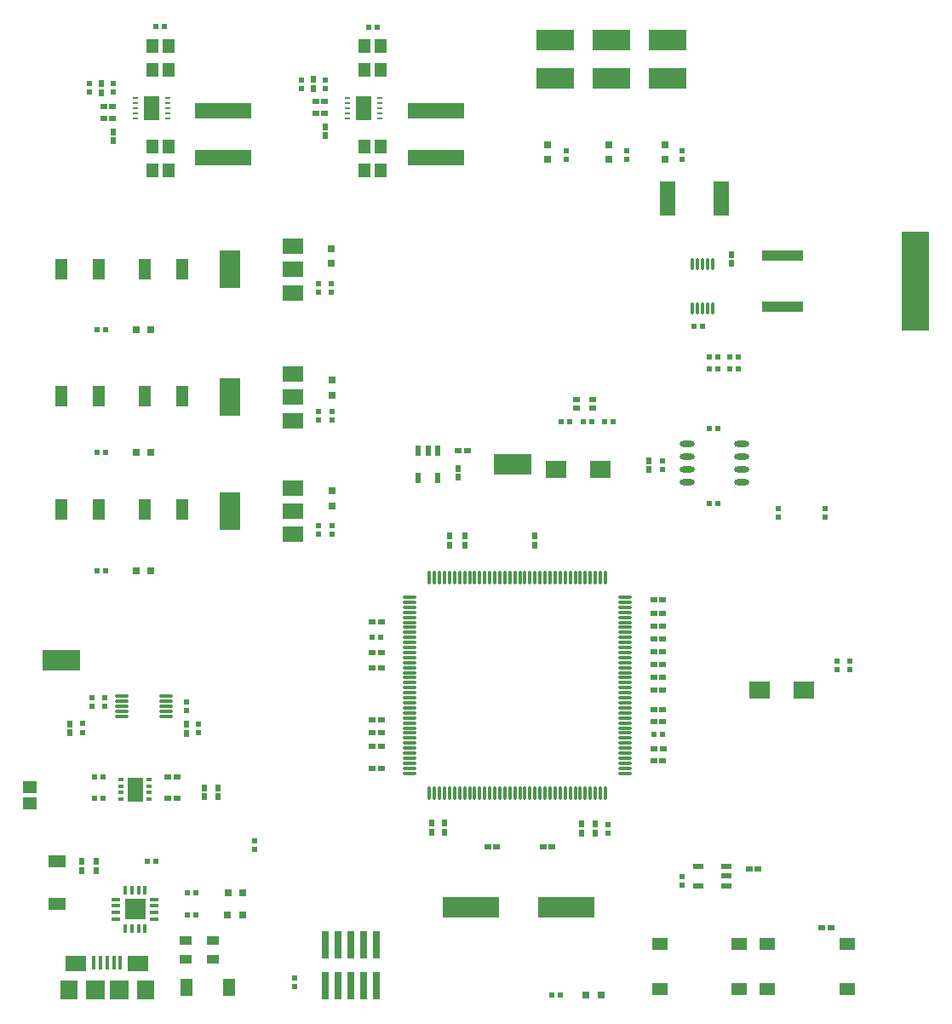
<source format=gtp>
G04 Layer_Color=8421504*
%FSLAX25Y25*%
%MOIN*%
G70*
G01*
G75*
%ADD11R,0.02165X0.02362*%
%ADD12R,0.03937X0.02362*%
%ADD13R,0.03150X0.03150*%
%ADD14R,0.03150X0.03150*%
%ADD15R,0.02362X0.02165*%
%ADD16R,0.05118X0.03543*%
%ADD17O,0.05709X0.01181*%
%ADD18O,0.01181X0.05709*%
%ADD19R,0.02441X0.02598*%
%ADD20R,0.04724X0.05315*%
%ADD21O,0.05512X0.01378*%
%ADD22R,0.07874X0.14961*%
%ADD23R,0.07874X0.05905*%
%ADD24R,0.02165X0.00984*%
%ADD25R,0.06299X0.09449*%
%ADD26R,0.22441X0.06299*%
%ADD27R,0.02598X0.02441*%
%ADD28R,0.14567X0.07874*%
%ADD29R,0.08268X0.07087*%
%ADD30R,0.05000X0.07165*%
%ADD31R,0.07165X0.05000*%
%ADD32R,0.06102X0.05118*%
%ADD33R,0.05000X0.08465*%
%ADD34O,0.01181X0.05315*%
%ADD35R,0.06299X0.13780*%
%ADD36R,0.10630X0.38583*%
%ADD37R,0.16339X0.04134*%
%ADD38R,0.02362X0.03937*%
%ADD39O,0.05905X0.02362*%
%ADD40R,0.22047X0.08268*%
%ADD41R,0.03000X0.11000*%
%ADD42R,0.01575X0.05335*%
%ADD43R,0.01575X0.05315*%
%ADD44R,0.07087X0.07480*%
%ADD45R,0.07480X0.07480*%
%ADD46R,0.08268X0.06299*%
%ADD47R,0.03150X0.02165*%
%ADD48R,0.02362X0.01181*%
%ADD49R,0.05866X0.09449*%
%ADD50R,0.03347X0.01181*%
%ADD51R,0.01181X0.03347*%
%ADD52R,0.08189X0.08189*%
%ADD53R,0.05315X0.04724*%
D11*
X499606Y542913D02*
D03*
Y539567D02*
D03*
X305512Y611221D02*
D03*
Y607874D02*
D03*
X273425Y612992D02*
D03*
Y609646D02*
D03*
X268602D02*
D03*
Y612992D02*
D03*
X264665Y602854D02*
D03*
Y599508D02*
D03*
X332087Y553543D02*
D03*
Y556890D02*
D03*
X362598Y677067D02*
D03*
Y680413D02*
D03*
Y721555D02*
D03*
Y724902D02*
D03*
X362205Y771555D02*
D03*
Y774902D02*
D03*
X310236Y599213D02*
D03*
Y602559D02*
D03*
X276772Y849902D02*
D03*
Y853248D02*
D03*
X267323D02*
D03*
Y849902D02*
D03*
X359842Y851476D02*
D03*
Y854823D02*
D03*
X350394D02*
D03*
Y851476D02*
D03*
X560138Y623917D02*
D03*
Y627264D02*
D03*
X470472Y563484D02*
D03*
Y560138D02*
D03*
X454232Y823622D02*
D03*
Y826968D02*
D03*
X477854Y823622D02*
D03*
Y826968D02*
D03*
X499508Y823622D02*
D03*
Y826968D02*
D03*
X347638Y500000D02*
D03*
Y503346D02*
D03*
X357087Y680413D02*
D03*
Y677067D02*
D03*
Y724902D02*
D03*
Y721555D02*
D03*
Y774902D02*
D03*
Y771555D02*
D03*
X565158Y627264D02*
D03*
Y623917D02*
D03*
X491732Y702264D02*
D03*
Y705610D02*
D03*
X537008Y683760D02*
D03*
Y687106D02*
D03*
X555512Y683760D02*
D03*
Y687106D02*
D03*
D12*
X505905Y539468D02*
D03*
Y546949D02*
D03*
X516732D02*
D03*
Y543209D02*
D03*
Y539468D02*
D03*
D13*
X285669Y756929D02*
D03*
X291575D02*
D03*
Y708898D02*
D03*
X285669D02*
D03*
Y662835D02*
D03*
X291575D02*
D03*
X461811Y496752D02*
D03*
X467717D02*
D03*
X327559Y536811D02*
D03*
X321654D02*
D03*
X321555Y527854D02*
D03*
X327461D02*
D03*
D14*
X362598Y737205D02*
D03*
Y731299D02*
D03*
X492815Y823524D02*
D03*
Y829429D02*
D03*
X470768D02*
D03*
Y823524D02*
D03*
X446752D02*
D03*
Y829429D02*
D03*
X362205Y782874D02*
D03*
Y788779D02*
D03*
X362598Y693898D02*
D03*
Y687992D02*
D03*
D15*
X305709Y536811D02*
D03*
X309055D02*
D03*
X305709Y527854D02*
D03*
X309055D02*
D03*
X293504Y549016D02*
D03*
X290158D02*
D03*
X472539Y721063D02*
D03*
X469193D02*
D03*
X455610D02*
D03*
X452264D02*
D03*
X521555Y741831D02*
D03*
X518209D02*
D03*
X510039D02*
D03*
X513386D02*
D03*
X296949Y875591D02*
D03*
X293602D02*
D03*
X380020Y875197D02*
D03*
X376673D02*
D03*
X448524Y496654D02*
D03*
X451870D02*
D03*
X269587Y573622D02*
D03*
X272933D02*
D03*
X269587Y581988D02*
D03*
X272933D02*
D03*
X381594Y636614D02*
D03*
X378248D02*
D03*
X488484Y598819D02*
D03*
X491831D02*
D03*
X460925Y721063D02*
D03*
X464272D02*
D03*
X273760Y662835D02*
D03*
X270413D02*
D03*
X273760Y708898D02*
D03*
X270413D02*
D03*
X273760Y756929D02*
D03*
X270413D02*
D03*
X513386Y746457D02*
D03*
X510039D02*
D03*
X518209D02*
D03*
X521555D02*
D03*
X507480Y758268D02*
D03*
X504134D02*
D03*
X510138Y718504D02*
D03*
X513484D02*
D03*
X510138Y688976D02*
D03*
X513484D02*
D03*
D16*
X315748Y510630D02*
D03*
Y518110D02*
D03*
X305020Y510630D02*
D03*
Y518110D02*
D03*
D17*
X392776Y583445D02*
D03*
Y585413D02*
D03*
Y587382D02*
D03*
Y589350D02*
D03*
Y591319D02*
D03*
Y593287D02*
D03*
Y595256D02*
D03*
Y597224D02*
D03*
Y599193D02*
D03*
Y601161D02*
D03*
Y603130D02*
D03*
Y605098D02*
D03*
Y607067D02*
D03*
Y609035D02*
D03*
Y611004D02*
D03*
Y612972D02*
D03*
Y614941D02*
D03*
Y616909D02*
D03*
Y618878D02*
D03*
Y620847D02*
D03*
Y622815D02*
D03*
Y624783D02*
D03*
Y626752D02*
D03*
Y628721D02*
D03*
Y630689D02*
D03*
Y632657D02*
D03*
Y634626D02*
D03*
Y636594D02*
D03*
Y638563D02*
D03*
Y640531D02*
D03*
Y642500D02*
D03*
Y644468D02*
D03*
Y646437D02*
D03*
Y648406D02*
D03*
Y650374D02*
D03*
Y652343D02*
D03*
X477224D02*
D03*
Y650374D02*
D03*
Y648406D02*
D03*
Y646437D02*
D03*
Y644468D02*
D03*
Y642500D02*
D03*
Y640531D02*
D03*
Y638563D02*
D03*
Y636594D02*
D03*
Y634626D02*
D03*
Y632657D02*
D03*
Y630689D02*
D03*
Y628721D02*
D03*
Y626752D02*
D03*
Y624783D02*
D03*
Y622815D02*
D03*
Y620847D02*
D03*
Y618878D02*
D03*
Y616909D02*
D03*
Y614941D02*
D03*
Y612972D02*
D03*
Y611004D02*
D03*
Y609035D02*
D03*
Y607067D02*
D03*
Y605098D02*
D03*
Y603130D02*
D03*
Y601161D02*
D03*
Y599193D02*
D03*
Y597224D02*
D03*
Y595256D02*
D03*
Y593287D02*
D03*
Y591319D02*
D03*
Y589350D02*
D03*
Y587382D02*
D03*
Y585413D02*
D03*
Y583445D02*
D03*
D18*
X400551Y660118D02*
D03*
X402520D02*
D03*
X404488D02*
D03*
X406457D02*
D03*
X408425D02*
D03*
X410394D02*
D03*
X412362D02*
D03*
X414331D02*
D03*
X416299D02*
D03*
X418268D02*
D03*
X420236D02*
D03*
X422205D02*
D03*
X424173D02*
D03*
X426142D02*
D03*
X428110D02*
D03*
X430079D02*
D03*
X432047D02*
D03*
X434016D02*
D03*
X435984D02*
D03*
X437953D02*
D03*
X439921D02*
D03*
X441890D02*
D03*
X443858D02*
D03*
X445827D02*
D03*
X447795D02*
D03*
X449764D02*
D03*
X451732D02*
D03*
X453701D02*
D03*
X455669D02*
D03*
X457638D02*
D03*
X459606D02*
D03*
X461575D02*
D03*
X463543D02*
D03*
X465512D02*
D03*
X467480D02*
D03*
X469449D02*
D03*
Y575669D02*
D03*
X467480D02*
D03*
X465512D02*
D03*
X463543D02*
D03*
X461575D02*
D03*
X459606D02*
D03*
X457638D02*
D03*
X455669D02*
D03*
X453701D02*
D03*
X451732D02*
D03*
X449764D02*
D03*
X447795D02*
D03*
X445827D02*
D03*
X443858D02*
D03*
X441890D02*
D03*
X439921D02*
D03*
X437953D02*
D03*
X435984D02*
D03*
X434016D02*
D03*
X432047D02*
D03*
X430079D02*
D03*
X428110D02*
D03*
X426142D02*
D03*
X424173D02*
D03*
X422205D02*
D03*
X420236D02*
D03*
X418268D02*
D03*
X416299D02*
D03*
X414331D02*
D03*
X412362D02*
D03*
X410394D02*
D03*
X408425D02*
D03*
X406457D02*
D03*
X404488D02*
D03*
X402520D02*
D03*
X400551D02*
D03*
D19*
X401575Y563937D02*
D03*
Y560472D02*
D03*
X272047Y853307D02*
D03*
Y849842D02*
D03*
X276772Y834410D02*
D03*
Y830945D02*
D03*
X355118Y854882D02*
D03*
Y851417D02*
D03*
X359842Y836378D02*
D03*
Y832913D02*
D03*
X465354Y560079D02*
D03*
Y563543D02*
D03*
X312402Y574350D02*
D03*
Y577815D02*
D03*
X317913D02*
D03*
Y574350D02*
D03*
X518898Y786378D02*
D03*
Y782913D02*
D03*
X406496Y560472D02*
D03*
Y563937D02*
D03*
X441732Y676260D02*
D03*
Y672795D02*
D03*
X414331Y676260D02*
D03*
Y672795D02*
D03*
X411909Y702716D02*
D03*
Y699252D02*
D03*
X264567Y545512D02*
D03*
Y548976D02*
D03*
X460236Y560079D02*
D03*
Y563543D02*
D03*
X408425Y676260D02*
D03*
Y672795D02*
D03*
X270079Y548976D02*
D03*
Y545512D02*
D03*
X305512Y599055D02*
D03*
Y602520D02*
D03*
X486614Y705669D02*
D03*
Y702205D02*
D03*
X259744Y599350D02*
D03*
Y602815D02*
D03*
D20*
X375197Y868110D02*
D03*
X381496D02*
D03*
X292126Y828740D02*
D03*
X298425D02*
D03*
X292126Y819291D02*
D03*
X298425D02*
D03*
X292126Y868110D02*
D03*
X298425D02*
D03*
X292126Y858661D02*
D03*
X298425D02*
D03*
X375197Y828740D02*
D03*
X381496D02*
D03*
X375197Y819291D02*
D03*
X381496D02*
D03*
X375197Y858661D02*
D03*
X381496D02*
D03*
D21*
X297441Y605709D02*
D03*
Y607677D02*
D03*
Y609646D02*
D03*
Y611614D02*
D03*
Y613583D02*
D03*
X280118Y605709D02*
D03*
Y607677D02*
D03*
Y609646D02*
D03*
Y611614D02*
D03*
Y613583D02*
D03*
D22*
X322480Y686063D02*
D03*
Y730551D02*
D03*
Y780551D02*
D03*
D23*
X347284Y695118D02*
D03*
Y686063D02*
D03*
Y677008D02*
D03*
Y739606D02*
D03*
Y730551D02*
D03*
Y721496D02*
D03*
Y789606D02*
D03*
Y780551D02*
D03*
Y771496D02*
D03*
D24*
X285335Y847638D02*
D03*
Y845669D02*
D03*
Y843701D02*
D03*
Y841732D02*
D03*
Y839764D02*
D03*
X298130D02*
D03*
Y841732D02*
D03*
Y843701D02*
D03*
Y845669D02*
D03*
Y847638D02*
D03*
X381201D02*
D03*
Y845669D02*
D03*
Y843701D02*
D03*
Y841732D02*
D03*
Y839764D02*
D03*
X368406D02*
D03*
Y841732D02*
D03*
Y843701D02*
D03*
Y845669D02*
D03*
Y847638D02*
D03*
D25*
X291634Y843701D02*
D03*
X374705D02*
D03*
D26*
X319685Y842717D02*
D03*
Y824213D02*
D03*
X403150Y842717D02*
D03*
Y824213D02*
D03*
D27*
X276535Y844488D02*
D03*
X273071D02*
D03*
X276535Y839764D02*
D03*
X273071D02*
D03*
X359606Y846457D02*
D03*
X356142D02*
D03*
X359606Y841732D02*
D03*
X356142D02*
D03*
X491988Y593012D02*
D03*
X488524D02*
D03*
X491890Y603543D02*
D03*
X488425D02*
D03*
X415413Y709842D02*
D03*
X411949D02*
D03*
X491890Y636089D02*
D03*
X488425D02*
D03*
X378189Y585433D02*
D03*
X381653D02*
D03*
X378189Y594095D02*
D03*
X381653D02*
D03*
X378189Y642520D02*
D03*
X381653D02*
D03*
X378189Y624803D02*
D03*
X381653D02*
D03*
X491890Y616142D02*
D03*
X488425D02*
D03*
X491890Y608268D02*
D03*
X488425D02*
D03*
X378189Y599213D02*
D03*
X381653D02*
D03*
X491890Y588386D02*
D03*
X488425D02*
D03*
X378189Y604331D02*
D03*
X381653D02*
D03*
X378189Y630709D02*
D03*
X381653D02*
D03*
X491890Y651181D02*
D03*
X488425D02*
D03*
X529291Y545866D02*
D03*
X525827D02*
D03*
X298268Y581890D02*
D03*
X301732D02*
D03*
X301732Y573622D02*
D03*
X298268D02*
D03*
X491890Y621129D02*
D03*
X488425D02*
D03*
X491890Y641076D02*
D03*
X488425D02*
D03*
X491890Y626116D02*
D03*
X488425D02*
D03*
X491890Y646063D02*
D03*
X488425D02*
D03*
X423465Y554724D02*
D03*
X426929D02*
D03*
X448583D02*
D03*
X445118D02*
D03*
X491890Y631102D02*
D03*
X488425D02*
D03*
X554272Y523130D02*
D03*
X557736D02*
D03*
D28*
X493701Y870366D02*
D03*
X471707D02*
D03*
X449713D02*
D03*
X256594Y627559D02*
D03*
X471654Y855512D02*
D03*
X493701D02*
D03*
X433071Y704331D02*
D03*
X449713Y855512D02*
D03*
D29*
X529823Y616142D02*
D03*
X547146D02*
D03*
X450000Y702362D02*
D03*
X467323D02*
D03*
D30*
X322126Y499705D02*
D03*
X305433D02*
D03*
D31*
X254724Y548976D02*
D03*
Y532283D02*
D03*
D32*
X521949Y498917D02*
D03*
X490650D02*
D03*
X521949Y516634D02*
D03*
X490650D02*
D03*
X532677D02*
D03*
X563976D02*
D03*
X532677Y498917D02*
D03*
X563976D02*
D03*
D33*
X288976Y686614D02*
D03*
X303937D02*
D03*
X288976Y731102D02*
D03*
X303937D02*
D03*
X288976Y780709D02*
D03*
X303937D02*
D03*
X271260Y686614D02*
D03*
X256299D02*
D03*
X271260Y731102D02*
D03*
X256299D02*
D03*
X271260Y780709D02*
D03*
X256299D02*
D03*
D34*
X511417Y782776D02*
D03*
X509449D02*
D03*
X507480D02*
D03*
X505512D02*
D03*
X503543D02*
D03*
X511417Y765256D02*
D03*
X509449D02*
D03*
X507480D02*
D03*
X505512D02*
D03*
X503543D02*
D03*
D35*
X514961Y808268D02*
D03*
X493701D02*
D03*
D36*
X590945Y775984D02*
D03*
D37*
X538779Y765984D02*
D03*
Y785984D02*
D03*
D38*
X403740Y709646D02*
D03*
X400000D02*
D03*
X396260D02*
D03*
Y699016D02*
D03*
X403740D02*
D03*
D39*
X522835Y697224D02*
D03*
Y702224D02*
D03*
Y707224D02*
D03*
Y712224D02*
D03*
X501575Y697224D02*
D03*
Y702224D02*
D03*
Y707224D02*
D03*
Y712224D02*
D03*
D40*
X416732Y531102D02*
D03*
X454134D02*
D03*
D41*
X379961Y500394D02*
D03*
X374961D02*
D03*
X369961D02*
D03*
X364961D02*
D03*
X359961D02*
D03*
Y516378D02*
D03*
X364961D02*
D03*
X369961D02*
D03*
X374961D02*
D03*
X379961D02*
D03*
D42*
X271850Y509350D02*
D03*
D43*
X274410D02*
D03*
X276969D02*
D03*
X279528D02*
D03*
X269291D02*
D03*
D44*
X289370Y498819D02*
D03*
X259449Y498819D02*
D03*
D45*
X279134D02*
D03*
X269685D02*
D03*
D46*
X286614Y508858D02*
D03*
X262205Y508858D02*
D03*
D47*
X458169Y729823D02*
D03*
X464468D02*
D03*
X458169Y726279D02*
D03*
X464468D02*
D03*
D48*
X279921Y581004D02*
D03*
Y578445D02*
D03*
Y575886D02*
D03*
Y573327D02*
D03*
X290945Y581004D02*
D03*
Y578445D02*
D03*
Y575886D02*
D03*
Y573327D02*
D03*
D49*
X285433Y577165D02*
D03*
D50*
X277953Y534154D02*
D03*
Y531595D02*
D03*
Y529035D02*
D03*
Y526476D02*
D03*
X292913D02*
D03*
Y529035D02*
D03*
Y531595D02*
D03*
Y534154D02*
D03*
D51*
X281594Y522835D02*
D03*
X284154D02*
D03*
X286713D02*
D03*
X289272D02*
D03*
Y537795D02*
D03*
X286713D02*
D03*
X284154D02*
D03*
X281594D02*
D03*
D52*
X285433Y530315D02*
D03*
D53*
X243996Y571654D02*
D03*
Y577953D02*
D03*
M02*

</source>
